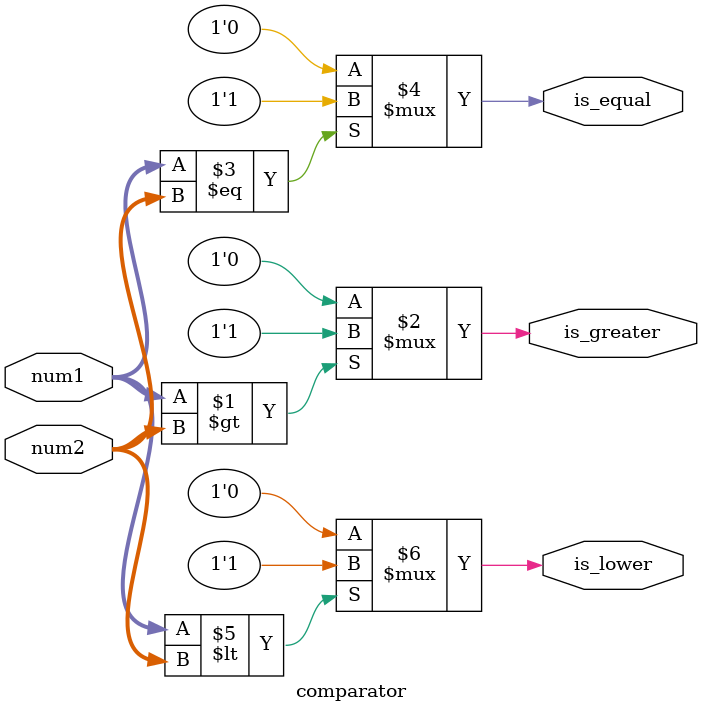
<source format=v>
`timescale 1ns / 1ps


module comparator#(parameter DATA_WIDTH = 8)(num1,num2,is_greater,is_equal,is_lower);
    input [DATA_WIDTH-1:0] num1;
    input [DATA_WIDTH-1:0] num2;
    output is_greater;
    output is_equal;
    output is_lower;
    
    assign is_greater= (num1 > num2)? 1'b1:1'b0;
    assign is_equal = (num1 == num2)? 1'b1:1'b0;
    assign is_lower = (num1 < num2)? 1'b1:1'b0;
    
endmodule

</source>
